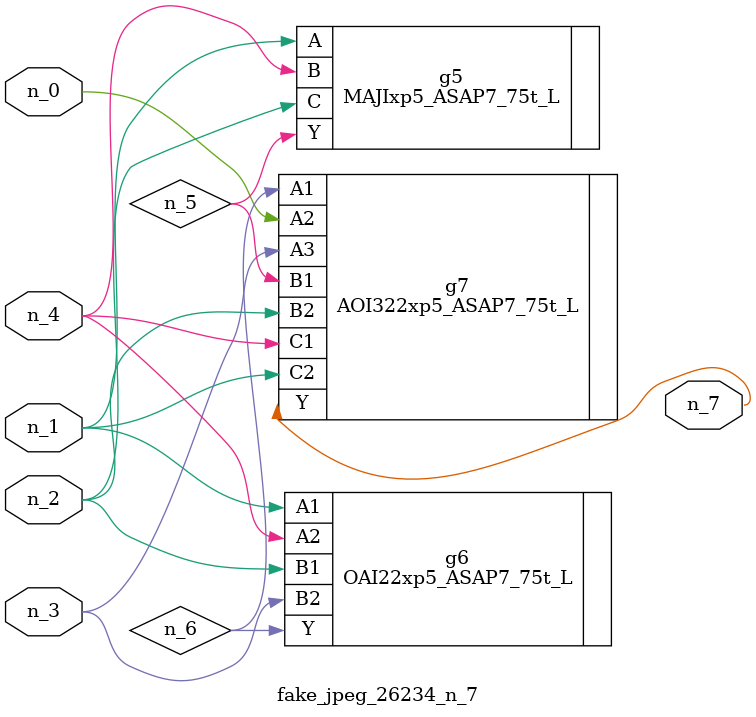
<source format=v>
module fake_jpeg_26234_n_7 (n_3, n_2, n_1, n_0, n_4, n_7);

input n_3;
input n_2;
input n_1;
input n_0;
input n_4;

output n_7;

wire n_6;
wire n_5;

MAJIxp5_ASAP7_75t_L g5 ( 
.A(n_1),
.B(n_4),
.C(n_2),
.Y(n_5)
);

OAI22xp5_ASAP7_75t_L g6 ( 
.A1(n_1),
.A2(n_4),
.B1(n_2),
.B2(n_3),
.Y(n_6)
);

AOI322xp5_ASAP7_75t_L g7 ( 
.A1(n_6),
.A2(n_0),
.A3(n_3),
.B1(n_5),
.B2(n_2),
.C1(n_4),
.C2(n_1),
.Y(n_7)
);


endmodule
</source>
